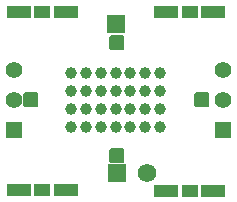
<source format=gbr>
%TF.GenerationSoftware,Altium Limited,Altium Designer,21.8.1 (53)*%
G04 Layer_Color=255*
%FSLAX26Y26*%
%MOIN*%
%TF.SameCoordinates,2531CBD8-4BF0-4D0B-A877-44D4BE5F07E3*%
%TF.FilePolarity,Positive*%
%TF.FileFunction,Pads,Top*%
%TF.Part,Single*%
G01*
G75*
%TA.AperFunction,SMDPad,CuDef*%
%ADD12R,0.078740X0.044291*%
%ADD13R,0.055118X0.044291*%
G04:AMPARAMS|DCode=14|XSize=50mil|YSize=50mil|CornerRadius=6.25mil|HoleSize=0mil|Usage=FLASHONLY|Rotation=0.000|XOffset=0mil|YOffset=0mil|HoleType=Round|Shape=RoundedRectangle|*
%AMROUNDEDRECTD14*
21,1,0.050000,0.037500,0,0,0.0*
21,1,0.037500,0.050000,0,0,0.0*
1,1,0.012500,0.018750,-0.018750*
1,1,0.012500,-0.018750,-0.018750*
1,1,0.012500,-0.018750,0.018750*
1,1,0.012500,0.018750,0.018750*
%
%ADD14ROUNDEDRECTD14*%
%TA.AperFunction,ComponentPad*%
%ADD18C,0.061811*%
%ADD19R,0.061811X0.061811*%
%ADD20C,0.054685*%
%ADD21R,0.054685X0.054685*%
%TA.AperFunction,ViaPad*%
%ADD22C,0.039370*%
D12*
X324843Y-295913D02*
D03*
X167362D02*
D03*
X-167362Y300197D02*
D03*
X-324843D02*
D03*
X324843D02*
D03*
X167362D02*
D03*
X-167362Y-295531D02*
D03*
X-324843D02*
D03*
D13*
X246102Y-295913D02*
D03*
X-246102Y300197D02*
D03*
X246102D02*
D03*
X-246102Y-295531D02*
D03*
D14*
X1772Y196890D02*
D03*
Y-180315D02*
D03*
X287402Y6890D02*
D03*
X-283858D02*
D03*
D18*
X102362Y-238189D02*
D03*
D19*
X2362D02*
D03*
X984Y257874D02*
D03*
D20*
X-340551Y106496D02*
D03*
Y6496D02*
D03*
X356299Y105906D02*
D03*
Y5906D02*
D03*
D21*
X-340551Y-93504D02*
D03*
X356299Y-94094D02*
D03*
D22*
X-50197Y-82677D02*
D03*
X-148622Y35433D02*
D03*
X-99409Y-23622D02*
D03*
Y35433D02*
D03*
Y94488D02*
D03*
X-50197Y-23622D02*
D03*
Y35433D02*
D03*
Y94488D02*
D03*
X-99409Y-82677D02*
D03*
X-984Y-23622D02*
D03*
Y35433D02*
D03*
Y-82677D02*
D03*
X-148622D02*
D03*
Y-23622D02*
D03*
Y94488D02*
D03*
X-984D02*
D03*
X146654Y-82677D02*
D03*
X97441D02*
D03*
X48228D02*
D03*
Y-23622D02*
D03*
Y35433D02*
D03*
Y94488D02*
D03*
X97441Y-23622D02*
D03*
Y35433D02*
D03*
Y94488D02*
D03*
X146654Y-23622D02*
D03*
Y35433D02*
D03*
Y94488D02*
D03*
%TF.MD5,9681522984a9bdd073c655ec2231c844*%
M02*

</source>
